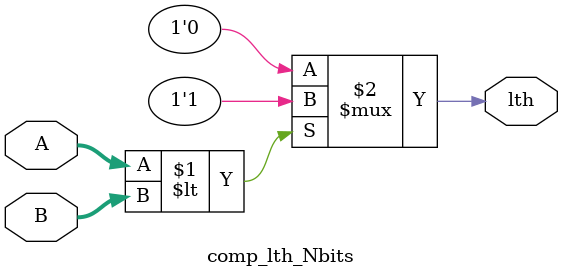
<source format=v>


module comp_lth_Nbits #(parameter N = 7) (
	    input  [N-1:0] A,     
	    input  [N-1:0] B,     
	    output lth
	);

    assign lth = (A < B) ? 1'b1 : 1'b0;   // <---

endmodule
</source>
